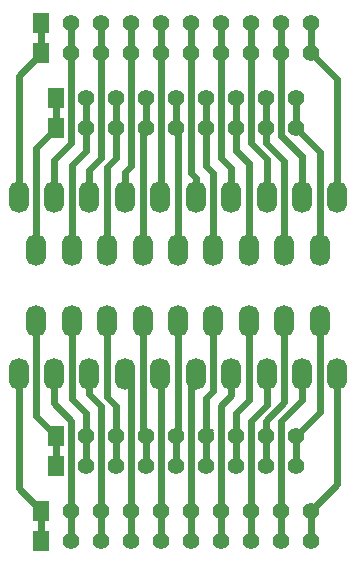
<source format=gtl>
G04 (created by PCBNEW (2013-07-07 BZR 4022)-stable) date 05/11/2014 12:09:02*
%MOIN*%
G04 Gerber Fmt 3.4, Leading zero omitted, Abs format*
%FSLAX34Y34*%
G01*
G70*
G90*
G04 APERTURE LIST*
%ADD10C,0.00590551*%
%ADD11R,0.0551181X0.0669291*%
%ADD12C,0.0551181*%
%ADD13O,0.0669291X0.106299*%
%ADD14C,0.024*%
%ADD15C,0.01*%
G04 APERTURE END LIST*
G54D10*
G54D11*
X59750Y-54000D03*
G54D12*
X60750Y-54000D03*
X61750Y-54000D03*
X62750Y-54000D03*
X63750Y-54000D03*
X64750Y-54000D03*
X65750Y-54000D03*
X66750Y-54000D03*
X67750Y-54000D03*
X68750Y-54000D03*
G54D11*
X60250Y-66750D03*
G54D12*
X61250Y-66750D03*
X62250Y-66750D03*
X63250Y-66750D03*
X64250Y-66750D03*
X65250Y-66750D03*
X66250Y-66750D03*
X67250Y-66750D03*
X68250Y-66750D03*
G54D11*
X60250Y-56500D03*
G54D12*
X61250Y-56500D03*
X62250Y-56500D03*
X63250Y-56500D03*
X64250Y-56500D03*
X65250Y-56500D03*
X66250Y-56500D03*
X67250Y-56500D03*
X68250Y-56500D03*
G54D11*
X59750Y-69250D03*
G54D12*
X60750Y-69250D03*
X61750Y-69250D03*
X62750Y-69250D03*
X63750Y-69250D03*
X64750Y-69250D03*
X65750Y-69250D03*
X66750Y-69250D03*
X67750Y-69250D03*
X68750Y-69250D03*
G54D11*
X60250Y-55500D03*
G54D12*
X61250Y-55500D03*
X62250Y-55500D03*
X63250Y-55500D03*
X64250Y-55500D03*
X65250Y-55500D03*
X66250Y-55500D03*
X67250Y-55500D03*
X68250Y-55500D03*
G54D11*
X59750Y-53000D03*
G54D12*
X60750Y-53000D03*
X61750Y-53000D03*
X62750Y-53000D03*
X63750Y-53000D03*
X64750Y-53000D03*
X65750Y-53000D03*
X66750Y-53000D03*
X67750Y-53000D03*
X68750Y-53000D03*
G54D11*
X59750Y-70250D03*
G54D12*
X60750Y-70250D03*
X61750Y-70250D03*
X62750Y-70250D03*
X63750Y-70250D03*
X64750Y-70250D03*
X65750Y-70250D03*
X66750Y-70250D03*
X67750Y-70250D03*
X68750Y-70250D03*
G54D11*
X60250Y-67750D03*
G54D12*
X61250Y-67750D03*
X62250Y-67750D03*
X63250Y-67750D03*
X64250Y-67750D03*
X65250Y-67750D03*
X66250Y-67750D03*
X67250Y-67750D03*
X68250Y-67750D03*
G54D13*
X59000Y-58797D03*
X60181Y-58797D03*
X61362Y-58797D03*
X62543Y-58797D03*
X63724Y-58797D03*
X64905Y-58797D03*
X66086Y-58797D03*
X67267Y-58797D03*
X68448Y-58797D03*
X69629Y-58797D03*
X59000Y-64702D03*
X60181Y-64702D03*
X61362Y-64702D03*
X62543Y-64702D03*
X63724Y-64702D03*
X64905Y-64702D03*
X66086Y-64702D03*
X67267Y-64702D03*
X68448Y-64702D03*
X69629Y-64702D03*
X59590Y-60568D03*
X60774Y-60568D03*
X61955Y-60568D03*
X63137Y-60568D03*
X64318Y-60568D03*
X65499Y-60568D03*
X66680Y-60568D03*
X67861Y-60568D03*
X69042Y-60568D03*
X59590Y-62931D03*
X60774Y-62931D03*
X61955Y-62931D03*
X63137Y-62931D03*
X64318Y-62931D03*
X65499Y-62931D03*
X66680Y-62931D03*
X67861Y-62931D03*
X69042Y-62931D03*
G54D14*
X59000Y-58797D02*
X59000Y-54750D01*
X59000Y-54750D02*
X59750Y-54000D01*
X59750Y-53000D02*
X59750Y-54000D01*
X69629Y-58797D02*
X69629Y-54879D01*
X69629Y-54879D02*
X68750Y-54000D01*
X68750Y-53000D02*
X68750Y-54000D01*
X66250Y-56500D02*
X66250Y-55500D01*
X66680Y-60568D02*
X66680Y-57680D01*
X66680Y-57680D02*
X66250Y-57250D01*
X66250Y-57250D02*
X66250Y-56500D01*
X64318Y-62931D02*
X64318Y-66681D01*
X64318Y-66681D02*
X64250Y-66750D01*
X64250Y-67750D02*
X64250Y-66750D01*
G54D15*
X64255Y-66744D02*
X64250Y-66750D01*
G54D14*
X65499Y-62931D02*
X65499Y-65250D01*
X65499Y-65250D02*
X65250Y-65500D01*
X65250Y-65500D02*
X65250Y-66750D01*
X65250Y-67750D02*
X65250Y-66750D01*
G54D15*
X65436Y-66563D02*
X65250Y-66750D01*
G54D14*
X66680Y-62931D02*
X66680Y-65569D01*
X66680Y-65569D02*
X66250Y-66000D01*
X66250Y-66000D02*
X66250Y-66750D01*
X66250Y-67750D02*
X66250Y-66750D01*
X67861Y-62931D02*
X67861Y-65638D01*
X67861Y-65638D02*
X67250Y-66250D01*
X67250Y-66250D02*
X67250Y-66750D01*
X67250Y-67750D02*
X67250Y-66750D01*
X69042Y-62931D02*
X69042Y-65957D01*
X69042Y-65957D02*
X68250Y-66750D01*
X68250Y-67750D02*
X68250Y-66750D01*
X60250Y-56500D02*
X60250Y-55500D01*
X59590Y-60568D02*
X59590Y-57159D01*
X59590Y-57159D02*
X60250Y-56500D01*
X61250Y-56500D02*
X61250Y-55500D01*
X60774Y-60568D02*
X60774Y-57725D01*
X60774Y-57725D02*
X61250Y-57250D01*
X61250Y-57250D02*
X61250Y-56500D01*
X62250Y-56500D02*
X62250Y-55500D01*
X61955Y-60568D02*
X61955Y-57794D01*
X61955Y-57794D02*
X62250Y-57500D01*
X62250Y-57500D02*
X62250Y-56500D01*
X60750Y-54000D02*
X60750Y-57000D01*
X60750Y-57000D02*
X60181Y-57568D01*
X60181Y-57568D02*
X60181Y-58797D01*
X60750Y-53000D02*
X60750Y-54000D01*
X63250Y-56500D02*
X63250Y-55500D01*
X63137Y-60568D02*
X63137Y-56612D01*
X63137Y-56612D02*
X63250Y-56500D01*
X64250Y-56500D02*
X64250Y-55500D01*
X64318Y-60568D02*
X64318Y-56568D01*
X64318Y-56568D02*
X64250Y-56500D01*
G54D15*
X64255Y-56505D02*
X64250Y-56500D01*
G54D14*
X65250Y-56500D02*
X65250Y-55500D01*
X65499Y-60568D02*
X65499Y-57999D01*
X65499Y-57999D02*
X65250Y-57750D01*
X65250Y-57750D02*
X65250Y-56500D01*
X63137Y-62931D02*
X63137Y-66637D01*
X63137Y-66637D02*
X63250Y-66750D01*
X63250Y-67750D02*
X63250Y-66750D01*
G54D15*
X63074Y-66574D02*
X63250Y-66750D01*
G54D14*
X67250Y-56500D02*
X67250Y-55500D01*
X67861Y-60568D02*
X67861Y-57611D01*
X67861Y-57611D02*
X67250Y-57000D01*
X67250Y-57000D02*
X67250Y-56500D01*
X68250Y-56500D02*
X68250Y-55500D01*
X69042Y-60568D02*
X69042Y-57292D01*
X69042Y-57292D02*
X68250Y-56500D01*
X61750Y-69250D02*
X61750Y-65750D01*
X61750Y-65750D02*
X61362Y-65362D01*
X61362Y-65362D02*
X61362Y-64702D01*
X61750Y-70250D02*
X61750Y-69250D01*
X59000Y-64702D02*
X59000Y-68500D01*
X59000Y-68500D02*
X59750Y-69250D01*
X59750Y-70250D02*
X59750Y-69250D01*
X60750Y-69250D02*
X60750Y-66250D01*
X60750Y-66250D02*
X60181Y-65681D01*
X60181Y-65681D02*
X60181Y-64702D01*
X60750Y-70250D02*
X60750Y-69250D01*
X62750Y-69250D02*
X62750Y-64909D01*
X62750Y-64909D02*
X62543Y-64702D01*
X62750Y-70250D02*
X62750Y-69250D01*
X61750Y-54000D02*
X61750Y-57500D01*
X61750Y-57500D02*
X61362Y-57887D01*
X61362Y-57887D02*
X61362Y-58797D01*
X61750Y-53000D02*
X61750Y-54000D01*
X63750Y-69250D02*
X63750Y-64728D01*
X63750Y-64728D02*
X63724Y-64702D01*
X63750Y-70250D02*
X63750Y-69250D01*
X64750Y-69250D02*
X64750Y-64858D01*
X64750Y-64858D02*
X64905Y-64702D01*
X64750Y-70250D02*
X64750Y-69250D01*
X65750Y-69250D02*
X65750Y-65750D01*
X65750Y-65750D02*
X66086Y-65413D01*
X66086Y-65413D02*
X66086Y-64702D01*
X65750Y-70250D02*
X65750Y-69250D01*
X66750Y-69250D02*
X66750Y-66250D01*
X66750Y-66250D02*
X67267Y-65732D01*
X67267Y-65732D02*
X67267Y-64702D01*
X66750Y-70250D02*
X66750Y-69250D01*
X67750Y-69250D02*
X67750Y-66250D01*
X67750Y-66250D02*
X68448Y-65551D01*
X68448Y-65551D02*
X68448Y-64702D01*
X67750Y-70250D02*
X67750Y-69250D01*
X69629Y-64702D02*
X69629Y-68370D01*
X69629Y-68370D02*
X68750Y-69250D01*
X68750Y-70250D02*
X68750Y-69250D01*
X59590Y-62931D02*
X59590Y-66090D01*
X59590Y-66090D02*
X60250Y-66750D01*
X60250Y-67750D02*
X60250Y-66750D01*
X60774Y-62931D02*
X60774Y-65524D01*
X60774Y-65524D02*
X61250Y-66000D01*
X61250Y-66000D02*
X61250Y-66750D01*
X61250Y-67750D02*
X61250Y-66750D01*
X61955Y-62931D02*
X61955Y-65455D01*
X61955Y-65455D02*
X62250Y-65750D01*
X62250Y-65750D02*
X62250Y-66750D01*
X62250Y-67750D02*
X62250Y-66750D01*
X62750Y-54000D02*
X62750Y-57750D01*
X62750Y-57750D02*
X62543Y-57956D01*
X62543Y-57956D02*
X62543Y-58797D01*
X62750Y-53000D02*
X62750Y-54000D01*
X63750Y-54000D02*
X63750Y-58771D01*
X63750Y-58771D02*
X63724Y-58797D01*
X63750Y-53000D02*
X63750Y-54000D01*
X64750Y-54000D02*
X64750Y-58000D01*
X64750Y-58000D02*
X64905Y-58155D01*
X64905Y-58155D02*
X64905Y-58797D01*
X64750Y-53000D02*
X64750Y-54000D01*
X65750Y-54000D02*
X65750Y-57500D01*
X65750Y-57500D02*
X66086Y-57836D01*
X66086Y-57836D02*
X66086Y-58797D01*
X65750Y-53000D02*
X65750Y-54000D01*
X66750Y-54000D02*
X66750Y-57000D01*
X66750Y-57000D02*
X67267Y-57517D01*
X67267Y-57517D02*
X67267Y-58797D01*
X66750Y-53000D02*
X66750Y-54000D01*
X67750Y-54000D02*
X67750Y-56750D01*
X67750Y-56750D02*
X68448Y-57448D01*
X68448Y-57448D02*
X68448Y-58797D01*
X67750Y-53000D02*
X67750Y-54000D01*
M02*

</source>
